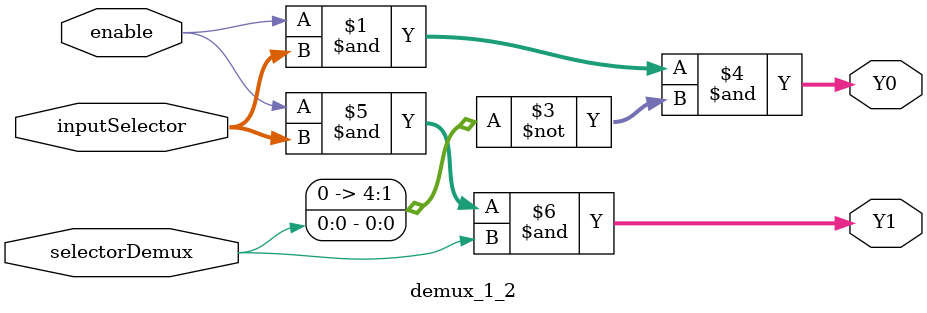
<source format=v>
module demux_1_2 (
    input enable, selectorDemux,
    input [4:0]inputSelector,
    output [4:0] Y0,Y1
);

    assign Y0 = (enable & inputSelector &(~selectorDemux));
    assign Y1 = (enable & inputSelector & selectorDemux);
    
endmodule
</source>
